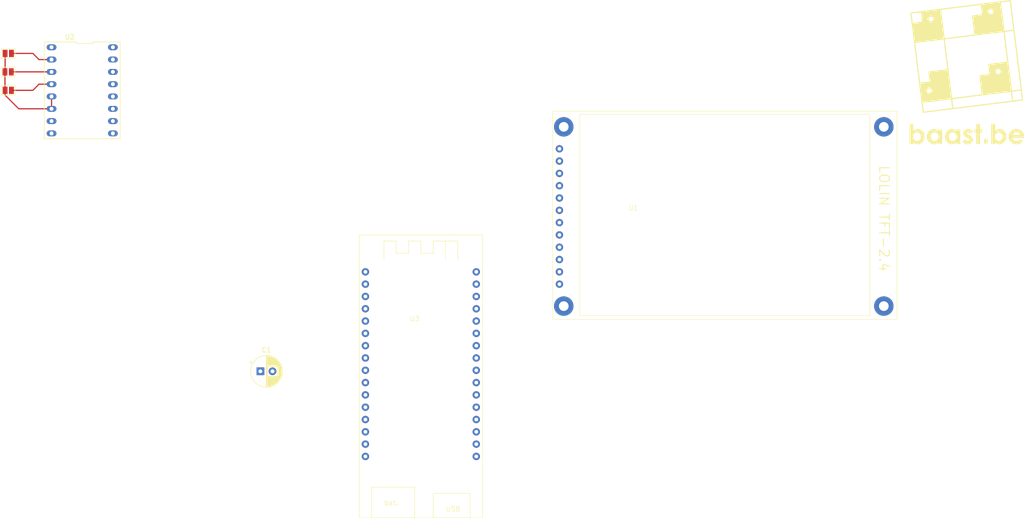
<source format=kicad_pcb>
(kicad_pcb (version 20221018) (generator pcbnew)
  (layers (0 "F.Cu" signal) (31 "B.Cu" signal) (34 "B.Paste" user) (35 "F.Paste" user) (36 "B.SilkS" user "B.Silkscreen") (37 "F.SilkS" user "F.Silkscreen") (38 "B.Mask" user) (39 "F.Mask" user) (44 "Edge.Cuts" user))
  (net 0 "")
  (net 2 "GND")
  (net 3 "+3.3V")
  (net 4 "Net-(JP1-B)")
  (net 5 "Net-(JP2-B)")
  (net 6 "Net-(JP3-B)")
  (net 8 "/SPI_CSN_TS")
  (net 10 "/SPI_MISO")
  (net 11 "/SPI_MOSI")
  (net 12 "/SPI_SCK")
  (net 13 "/SPI_CSN_TFT")
  (net 14 "/TFT_DC")
  (net 15 "/TFT_RST")
  (net 23 "+12V")
  (net 31 "Net-(U3-IO27)")
  (net 42 "/TS_IRQ")
  (footprint "Jumper:SolderJumper-2_P1.3mm_Open_Pad1.0x1.5mm" (layer "F.Cu") (at 47.61 57.15)
    (fp_text reference "JP2" hide)
    (fp_text value "SolderJumper_2_Open" hide)
    (pad "1" smd rect (at -0.65 0) (size 1 1.5) (layers "F.Cu" "F.Mask") (net 3 "+3.3V"))
    (pad "2" smd rect (at 0.65 0) (size 1 1.5) (layers "F.Cu" "F.Mask") (net 5 "Net-(JP2-B)"))
  )
  (footprint "Capacitor_THT:CP_Radial_D6.3mm_P2.50mm" (layer "F.Cu") (at 99.625 118.955)
    (fp_text reference "C1" (at 1.25 -4.4) (layer "F.SilkS"))
    (fp_text value "C_Polarized")
    (pad "1" thru_hole rect (at 0 0) (size 1.6 1.6) (drill 0.8) (layers "*.Cu" "*.Mask"))
    (pad "2" thru_hole circle (at 2.5 0) (size 1.6 1.6) (drill 0.8) (layers "*.Cu" "*.Mask") (net 2 "GND"))
  )
  (footprint "Jumper:SolderJumper-2_P1.3mm_Open_Pad1.0x1.5mm" (layer "F.Cu") (at 47.64 60.96)
    (fp_text reference "JP3" hide)
    (fp_text value "SolderJumper_2_Open" hide)
    (pad "1" smd rect (at -0.65 0) (size 1 1.5) (layers "F.Cu" "F.Mask") (net 3 "+3.3V"))
    (pad "2" smd rect (at 0.65 0) (size 1 1.5) (layers "F.Cu" "F.Mask") (net 6 "Net-(JP3-B)"))
  )
  (footprint "Jumper:SolderJumper-2_P1.3mm_Open_Pad1.0x1.5mm" (layer "F.Cu") (at 47.64 53.34)
    (fp_text reference "JP1" hide)
    (fp_text value "SolderJumper_2_Open" hide)
    (pad "1" smd rect (at -0.65 0) (size 1 1.5) (layers "F.Cu" "F.Mask") (net 3 "+3.3V"))
    (pad "2" smd rect (at 0.65 0) (size 1 1.5) (layers "F.Cu" "F.Mask") (net 4 "Net-(JP1-B)"))
  )
  (footprint "baast:lolin_d32" (layer "F.Cu") (at 131.445 108.585)
    (fp_text reference "U3" (at 0 -0.5 unlocked) (layer "F.SilkS") (effects (font (thickness 0.1))))
    (fp_text value "~")
    (fp_text user "USB" (at 6.35 39.37 unlocked) (layer "F.SilkS") (effects (font (thickness 0.1)) (justify left bottom)))
    (fp_text user "bat." (at -6.35 38.1 unlocked) (layer "F.SilkS") (effects (font (thickness 0.1)) (justify left bottom)))
    (pad "A1" thru_hole circle (at -10.16 -10.16) (size 1.524 1.524) (drill 0.762) (layers "*.Cu" "*.Mask"))
    (pad "A2" thru_hole circle (at -10.16 -7.62) (size 1.524 1.524) (drill 0.762) (layers "*.Cu" "*.Mask"))
    (pad "A3" thru_hole circle (at -10.16 -5.08) (size 1.524 1.524) (drill 0.762) (layers "*.Cu" "*.Mask"))
    (pad "A4" thru_hole circle (at -10.16 -2.54) (size 1.524 1.524) (drill 0.762) (layers "*.Cu" "*.Mask"))
    (pad "A5" thru_hole circle (at -10.16 0) (size 1.524 1.524) (drill 0.762) (layers "*.Cu" "*.Mask"))
    (pad "A6" thru_hole circle (at -10.16 2.54) (size 1.524 1.524) (drill 0.762) (layers "*.Cu" "*.Mask") (net 13 "/SPI_CSN_TFT"))
    (pad "A7" thru_hole circle (at -10.16 5.08) (size 1.524 1.524) (drill 0.762) (layers "*.Cu" "*.Mask") (net 12 "/SPI_SCK"))
    (pad "A8" thru_hole circle (at -10.16 7.62) (size 1.524 1.524) (drill 0.762) (layers "*.Cu" "*.Mask"))
    (pad "A9" thru_hole circle (at -10.16 10.16) (size 1.524 1.524) (drill 0.762) (layers "*.Cu" "*.Mask"))
    (pad "A10" thru_hole circle (at -10.16 12.7) (size 1.524 1.524) (drill 0.762) (layers "*.Cu" "*.Mask") (net 31 "Net-(U3-IO27)"))
    (pad "A11" thru_hole circle (at -10.16 15.24) (size 1.524 1.524) (drill 0.762) (layers "*.Cu" "*.Mask"))
    (pad "A12" thru_hole circle (at -10.16 17.78) (size 1.524 1.524) (drill 0.762) (layers "*.Cu" "*.Mask"))
    (pad "A13" thru_hole circle (at -10.16 20.32) (size 1.524 1.524) (drill 0.762) (layers "*.Cu" "*.Mask"))
    (pad "A14" thru_hole circle (at -10.16 22.86) (size 1.524 1.524) (drill 0.762) (layers "*.Cu" "*.Mask") (net 2 "GND"))
    (pad "A15" thru_hole circle (at -10.16 25.4) (size 1.524 1.524) (drill 0.762) (layers "*.Cu" "*.Mask"))
    (pad "A16" thru_hole circle (at -10.16 27.94) (size 1.524 1.524) (drill 0.762) (layers "*.Cu" "*.Mask"))
    (pad "B1" thru_hole circle (at 12.7 -10.16) (size 1.524 1.524) (drill 0.762) (layers "*.Cu" "*.Mask") (net 2 "GND"))
    (pad "B2" thru_hole circle (at 12.7 -7.62) (size 1.524 1.524) (drill 0.762) (layers "*.Cu" "*.Mask") (net 15 "/TFT_RST"))
    (pad "B3" thru_hole circle (at 12.7 -5.08) (size 1.524 1.524) (drill 0.762) (layers "*.Cu" "*.Mask") (net 14 "/TFT_DC"))
    (pad "B4" thru_hole circle (at 12.7 -2.54) (size 1.524 1.524) (drill 0.762) (layers "*.Cu" "*.Mask"))
    (pad "B5" thru_hole circle (at 12.7 0) (size 1.524 1.524) (drill 0.762) (layers "*.Cu" "*.Mask"))
    (pad "B6" thru_hole circle (at 12.7 2.54) (size 1.524 1.524) (drill 0.762) (layers "*.Cu" "*.Mask") (net 11 "/SPI_MOSI"))
    (pad "B7" thru_hole circle (at 12.7 5.08) (size 1.524 1.524) (drill 0.762) (layers "*.Cu" "*.Mask") (net 10 "/SPI_MISO"))
    (pad "B8" thru_hole circle (at 12.7 7.62) (size 1.524 1.524) (drill 0.762) (layers "*.Cu" "*.Mask"))
    (pad "B9" thru_hole circle (at 12.7 10.16) (size 1.524 1.524) (drill 0.762) (layers "*.Cu" "*.Mask") (net 8 "/SPI_CSN_TS"))
    (pad "B10" thru_hole circle (at 12.7 12.7) (size 1.524 1.524) (drill 0.762) (layers "*.Cu" "*.Mask"))
    (pad "B11" thru_hole circle (at 12.7 15.24) (size 1.524 1.524) (drill 0.762) (layers "*.Cu" "*.Mask"))
    (pad "B12" thru_hole circle (at 12.7 17.78) (size 1.524 1.524) (drill 0.762) (layers "*.Cu" "*.Mask") (net 42 "/TS_IRQ"))
    (pad "B13" thru_hole circle (at 12.7 20.32) (size 1.524 1.524) (drill 0.762) (layers "*.Cu" "*.Mask"))
    (pad "B14" thru_hole circle (at 12.7 22.86) (size 1.524 1.524) (drill 0.762) (layers "*.Cu" "*.Mask"))
    (pad "B15" thru_hole circle (at 12.7 25.4) (size 1.524 1.524) (drill 0.762) (layers "*.Cu" "*.Mask"))
    (pad "B16" thru_hole circle (at 12.7 27.94) (size 1.524 1.524) (drill 0.762) (layers "*.Cu" "*.Mask") (net 2 "GND"))
  )
  (footprint "baast:lolin_tft-2.4" (layer "F.Cu") (at 176.53 85.725)
    (fp_text reference "U1" (at 0 -0.5 unlocked) (layer "F.SilkS") (effects (font (thickness 0.1))))
    (fp_text value "~")
    (fp_text user "LOLIN TFT-2.4" (at 50.546 -9.398 270 unlocked) (layer "F.SilkS") (effects (font (size 2 2) (thickness 0.2)) (justify left bottom)))
    (pad "" np_thru_hole circle (at -14.351 -17.23) (size 4 4) (drill 2) (layers "F&B.Cu" "*.Mask"))
    (pad "" np_thru_hole circle (at -14.351 19.77) (size 4 4) (drill 2) (layers "F&B.Cu" "*.Mask"))
    (pad "" np_thru_hole circle (at 51.649 -17.23) (size 4 4) (drill 2) (layers "F&B.Cu" "*.Mask"))
    (pad "" np_thru_hole circle (at 51.649 19.77) (size 4 4) (drill 2) (layers "F&B.Cu" "*.Mask"))
    (pad "1" thru_hole circle (at -15.24 15.24) (size 1.524 1.524) (drill 0.762) (layers "*.Cu" "*.Mask") (net 2 "GND"))
    (pad "2" thru_hole circle (at -15.24 12.7) (size 1.524 1.524) (drill 0.762) (layers "*.Cu" "*.Mask"))
    (pad "3" thru_hole circle (at -15.24 10.16 270) (size 1.524 1.524) (drill 0.762) (layers "*.Cu" "*.Mask") (net 3 "+3.3V"))
    (pad "4" thru_hole circle (at -15.24 7.62) (size 1.524 1.524) (drill 0.762) (layers "*.Cu" "*.Mask") (net 8 "/SPI_CSN_TS"))
    (pad "5" thru_hole circle (at -15.24 5.08) (size 1.524 1.524) (drill 0.762) (layers "*.Cu" "*.Mask"))
    (pad "6" thru_hole circle (at -15.24 2.54) (size 1.524 1.524) (drill 0.762) (layers "*.Cu" "*.Mask") (net 8 "/SPI_CSN_TS"))
    (pad "7" thru_hole circle (at -15.24 0) (size 1.524 1.524) (drill 0.762) (layers "*.Cu" "*.Mask") (net 10 "/SPI_MISO"))
    (pad "8" thru_hole circle (at -15.24 -2.54) (size 1.524 1.524) (drill 0.762) (layers "*.Cu" "*.Mask") (net 11 "/SPI_MOSI"))
    (pad "9" thru_hole circle (at -15.24 -5.08) (size 1.524 1.524) (drill 0.762) (layers "*.Cu" "*.Mask") (net 12 "/SPI_SCK"))
    (pad "10" thru_hole circle (at -15.24 -7.62) (size 1.524 1.524) (drill 0.762) (layers "*.Cu" "*.Mask") (net 13 "/SPI_CSN_TFT"))
    (pad "11" thru_hole circle (at -15.24 -10.16) (size 1.524 1.524) (drill 0.762) (layers "*.Cu" "*.Mask") (net 14 "/TFT_DC"))
    (pad "12" thru_hole circle (at -15.24 -12.7) (size 1.524 1.524) (drill 0.762) (layers "*.Cu" "*.Mask") (net 15 "/TFT_RST"))
  )
  (footprint "baast:a4988_module" (layer "F.Cu") (at 61.595 59.69)
    (fp_text reference "U2" (at -1.27 -9.72) (layer "F.SilkS"))
    (fp_text value "~")
    (pad "1" thru_hole oval (at -5.03 -7.62 270) (size 1.2 2) (drill 0.8) (layers "*.Cu" "*.Mask"))
    (pad "2" thru_hole oval (at -5.03 -5.08 270) (size 1.2 2) (drill 0.8) (layers "*.Cu" "*.Mask") (net 4 "Net-(JP1-B)"))
    (pad "3" thru_hole oval (at -5.03 -2.54 270) (size 1.2 2) (drill 0.8) (layers "*.Cu" "*.Mask") (net 5 "Net-(JP2-B)"))
    (pad "4" thru_hole oval (at -5.03 0 270) (size 1.2 2) (drill 0.8) (layers "*.Cu" "*.Mask") (net 6 "Net-(JP3-B)"))
    (pad "5" thru_hole oval (at -5.03 2.54 270) (size 1.2 2) (drill 0.8) (layers "*.Cu" "*.Mask") (net 3 "+3.3V"))
    (pad "6" thru_hole oval (at -5.03 5.08 270) (size 1.2 2) (drill 0.8) (layers "*.Cu" "*.Mask") (net 3 "+3.3V"))
    (pad "7" thru_hole oval (at -5.03 7.62 270) (size 1.2 2) (drill 0.8) (layers "*.Cu" "*.Mask"))
    (pad "8" thru_hole oval (at -5.03 10.16 270) (size 1.2 2) (drill 0.8) (layers "*.Cu" "*.Mask"))
    (pad "9" thru_hole oval (at 7.62 -7.62 270) (size 1.2 2) (drill 0.8) (layers "*.Cu" "*.Mask") (net 2 "GND"))
    (pad "10" thru_hole oval (at 7.62 -5.08 270) (size 1.2 2) (drill 0.8) (layers "*.Cu" "*.Mask") (net 3 "+3.3V"))
    (pad "11" thru_hole oval (at 7.62 -2.54 270) (size 1.2 2) (drill 0.8) (layers "*.Cu" "*.Mask"))
    (pad "12" thru_hole oval (at 7.62 0 270) (size 1.2 2) (drill 0.8) (layers "*.Cu" "*.Mask"))
    (pad "13" thru_hole oval (at 7.62 2.54 270) (size 1.2 2) (drill 0.8) (layers "*.Cu" "*.Mask"))
    (pad "14" thru_hole oval (at 7.62 5.08 270) (size 1.2 2) (drill 0.8) (layers "*.Cu" "*.Mask"))
    (pad "15" thru_hole oval (at 7.62 7.62 270) (size 1.2 2) (drill 0.8) (layers "*.Cu" "*.Mask") (net 2 "GND"))
    (pad "16" thru_hole oval (at 7.62 10.16 270) (size 1.2 2) (drill 0.8) (layers "*.Cu" "*.Mask") (net 23 "+12V"))
  )
  (footprint "baast:baast_kicad_logo" (layer "F.Cu") (at 245.11 57.15)
    (fp_text reference "Ref**" hide)
    (fp_text value "Val**" hide)
  )
  (segment (start 46.96 60.93) (end 46.99 60.96) (width 0.25) (layer "F.Cu") (net 3))
  (segment (start 56.565 62.23) (end 56.565 64.77) (width 0.25) (layer "F.Cu") (net 3))
  (segment (start 46.99 53.34) (end 46.99 57.12) (width 0.25) (layer "F.Cu") (net 3))
  (segment (start 46.99 57.12) (end 46.96 57.15) (width 0.25) (layer "F.Cu") (net 3))
  (segment (start 46.96 57.15) (end 46.96 60.93) (width 0.25) (layer "F.Cu") (net 3))
  (segment (start 49.8 64.77) (end 46.99 61.96) (width 0.25) (layer "F.Cu") (net 3))
  (segment (start 56.565 64.77) (end 49.8 64.77) (width 0.25) (layer "F.Cu") (net 3))
  (segment (start 46.99 61.96) (end 46.99 60.96) (width 0.25) (layer "F.Cu") (net 3))
  (segment (start 53.975 54.61) (end 56.565 54.61) (width 0.25) (layer "F.Cu") (net 4))
  (segment (start 48.29 53.34) (end 52.705 53.34) (width 0.25) (layer "F.Cu") (net 4))
  (segment (start 52.705 53.34) (end 53.975 54.61) (width 0.25) (layer "F.Cu") (net 4))
  (segment (start 48.26 57.15) (end 56.565 57.15) (width 0.25) (layer "F.Cu") (net 5))
  (segment (start 48.29 60.96) (end 52.705 60.96) (width 0.25) (layer "F.Cu") (net 6))
  (segment (start 52.705 60.96) (end 53.975 59.69) (width 0.25) (layer "F.Cu") (net 6))
  (segment (start 53.975 59.69) (end 56.565 59.69) (width 0.25) (layer "F.Cu") (net 6))
)
</source>
